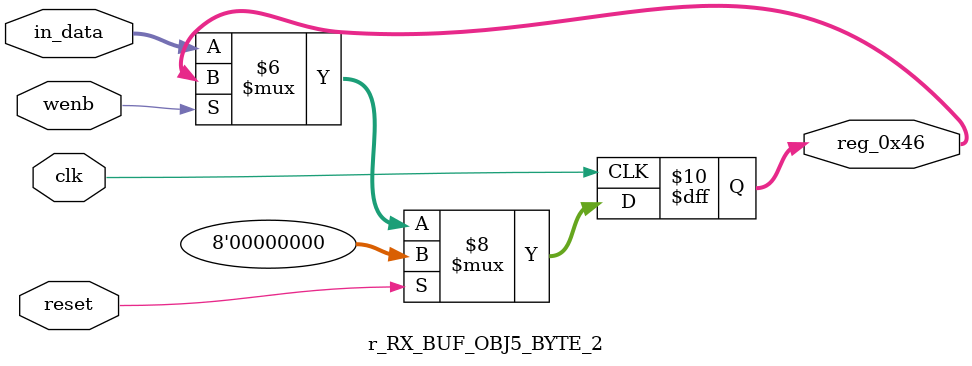
<source format=v>
module r_RX_BUF_OBJ5_BYTE_2(output reg [7:0] reg_0x46, input wire reset, input wire wenb, input wire [7:0] in_data, input wire clk);
	always@(posedge clk)
	begin
		if(reset==0) begin
			if(wenb==0)
				reg_0x46<=in_data;
			else
				reg_0x46<=reg_0x46;
		end
		else
			reg_0x46<=8'h00;
	end
endmodule
</source>
